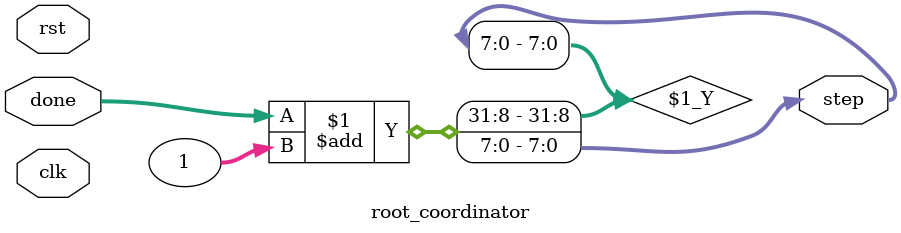
<source format=v>
`timescale 1ns / 1ps

`define WIDTH_TIME 8 // Defines the width of the time variables
`define WIDTH_PORT 8 // Defines the width of the data port

module root_coordinator (
    input wire [`WIDTH_TIME-1:0] done, // The "done" signal from the coordinator
    input wire clk,                    // Clock signal
    input wire rst,                    // Reset signal
    output wire [`WIDTH_TIME-1:0] step // The "step" signal for the coordinator
);

    // Assigns the coordinator's "done" signal to the "step" signal,
    // which allows the time to advance in the simulation.
    assign step = done + 1;
    
endmodule
</source>
